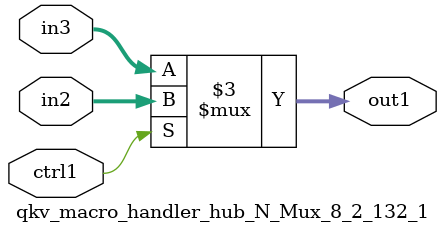
<source format=v>

`timescale 1ps / 1ps


module qkv_macro_handler_hub_N_Mux_8_2_132_1( in3, in2, ctrl1, out1 );

    input [7:0] in3;
    input [7:0] in2;
    input ctrl1;
    output [7:0] out1;
    reg [7:0] out1;

    
    // rtl_process:qkv_macro_handler_hub_N_Mux_8_2_132_1/qkv_macro_handler_hub_N_Mux_8_2_132_1_thread_1
    always @*
      begin : qkv_macro_handler_hub_N_Mux_8_2_132_1_thread_1
        case (ctrl1) 
          1'b1: 
            begin
              out1 = in2;
            end
          default: 
            begin
              out1 = in3;
            end
        endcase
      end

endmodule



</source>
